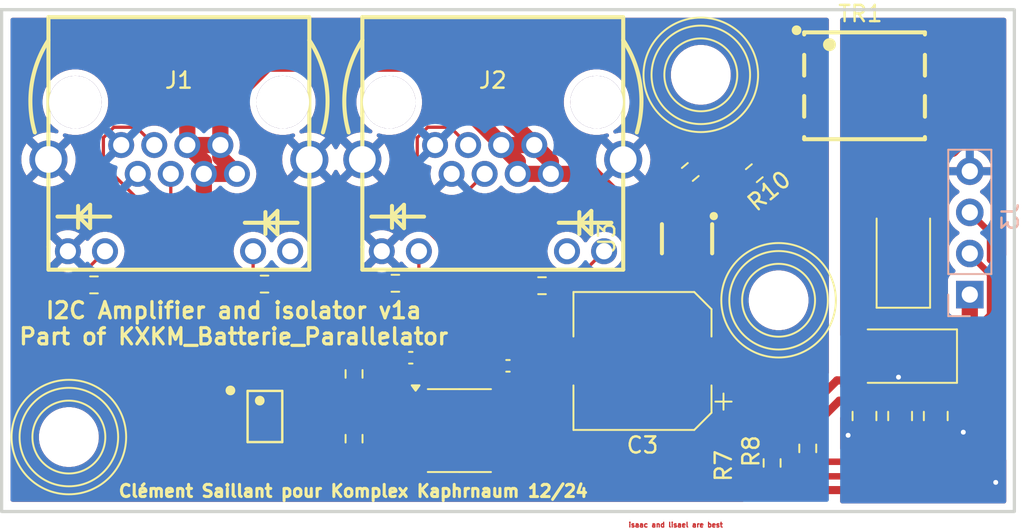
<source format=kicad_pcb>
(kicad_pcb (version 20240108) (generator "pcbnew") (generator_version "8.0")
  (layers (0 "F.Cu" signal) (31 "B.Cu" signal) (34 "B.Paste" user) (35 "F.Paste" user) (36 "B.SilkS" user "B.Silkscreen") (37 "F.SilkS" user "F.Silkscreen") (38 "B.Mask" user) (39 "F.Mask" user) (44 "Edge.Cuts" user))
  (net 0 "")
  (net 1 "VCC")
  (net 2 "GND1")
  (net 3 "GND")
  (net 4 "+3.3V")
  (net 5 "Net-(D1-A)")
  (net 6 "Net-(D2-A)")
  (net 7 "Net-(U1-SDAA)")
  (net 8 "Net-(U1-SCLA)")
  (net 9 "Net-(J1-LEDY-)")
  (net 10 "Net-(J1-LEDY+)")
  (net 11 "Net-(J1-LEDG+)")
  (net 12 "Net-(J2-LEDY-)")
  (net 13 "Net-(J2-LEDY+)")
  (net 14 "/SDA1")
  (net 15 "/SCL1")
  (net 16 "Net-(J2-LEDG+)")
  (net 17 "Net-(R1-Pad2)")
  (net 18 "Net-(R5-Pad2)")
  (net 19 "/SDA")
  (net 20 "/SCL")
  (net 21 "Net-(U3-VD2)")
  (net 22 "Net-(R9-Pad1)")
  (net 23 "Net-(U3-VD1)")
  (net 24 "Net-(R10-Pad1)")
  (footprint "easyeda2kicad:VSSOP-8_L3.0-W3.0-P0.65-LS5.0-BL" (layer "F.Cu") (at 128 71.13 -90)
    (property "Reference" "U1" (hide yes))
    (property "Value" "TCA9517ADGK")
    (fp_line (start -1.58 1.07) (end -1.58 -1.07) (stroke (width 0.15)) (layer "F.SilkS"))
    (fp_line (start 1.58 1.07) (end -1.58 1.07) (stroke (width 0.15)) (layer "F.SilkS"))
    (fp_line (start -1.58 -1.07) (end 1.58 -1.07) (stroke (width 0.15)) (layer "F.SilkS"))
    (fp_line (start 1.58 -1.07) (end 1.58 1.07) (stroke (width 0.15)) (layer "F.SilkS"))
    (fp_circle (center -1.61 2.13) (end -1.46 2.13) (stroke (width 0.3)) (fill none) (layer "F.SilkS"))
    (fp_circle (center -0.98 0.32) (end -0.83 0.32) (stroke (width 0.3)) (fill none) (layer "F.SilkS"))
    (pad "1" smd oval (at -0.98 2.13 270) (size 0.36 1.66) (layers "F.Cu" "F.Paste" "F.Mask") (net 1 "VCC"))
    (pad "2" smd oval (at -0.32 2.13 270) (size 0.36 1.66) (layers "F.Cu" "F.Paste" "F.Mask") (net 8 "Net-(U1-SCLA)"))
    (pad "3" smd oval (at 0.33 2.13 270) (size 0.36 1.66) (layers "F.Cu" "F.Paste" "F.Mask") (net 7 "Net-(U1-SDAA)"))
    (pad "4" smd oval (at 0.98 2.13 270) (size 0.36 1.66) (layers "F.Cu" "F.Paste" "F.Mask") (net 2 "GND1"))
    (pad "5" smd oval (at 0.98 -2.13 270) (size 0.36 1.66) (layers "F.Cu" "F.Paste" "F.Mask") (net 1 "VCC"))
    (pad "6" smd oval (at 0.33 -2.13 270) (size 0.36 1.66) (layers "F.Cu" "F.Paste" "F.Mask") (net 14 "/SDA1"))
    (pad "7" smd oval (at -0.32 -2.13 270) (size 0.36 1.66) (layers "F.Cu" "F.Paste" "F.Mask") (net 15 "/SCL1"))
    (pad "8" smd oval (at -0.98 -2.13 270) (size 0.36 1.66) (layers "F.Cu" "F.Paste" "F.Mask") (net 1 "VCC"))
  )
  (footprint "Capacitor_SMD:C_0805_2012Metric" (layer "F.Cu") (at 169.4 71.1 -90)
    (property "Reference" "C6" (hide yes))
    (property "Value" "10uF" (hide yes))
    (fp_line (start -0.261252 0.735) (end 0.261252 0.735) (stroke (width 0.12)) (layer "F.SilkS"))
    (fp_line (start -0.261252 -0.735) (end 0.261252 -0.735) (stroke (width 0.12)) (layer "F.SilkS"))
    (pad "1" smd roundrect (at -0.95 0 270) (size 1 1.45) (layers "F.Cu" "F.Paste" "F.Mask") (net 4 "+3.3V"))
    (pad "2" smd roundrect (at 0.95 0 270) (size 1 1.45) (layers "F.Cu" "F.Paste" "F.Mask") (net 3 "GND"))
  )
  (footprint "Capacitor_SMD:C_0805_2012Metric" (layer "F.Cu") (at 167.2 71.1 -90)
    (property "Reference" "C5" (hide yes))
    (property "Value" "1uF" (hide yes))
    (fp_line (start -0.261252 0.735) (end 0.261252 0.735) (stroke (width 0.12)) (layer "F.SilkS"))
    (fp_line (start -0.261252 -0.735) (end 0.261252 -0.735) (stroke (width 0.12)) (layer "F.SilkS"))
    (pad "1" smd roundrect (at -0.95 0 270) (size 1 1.45) (layers "F.Cu" "F.Paste" "F.Mask") (net 4 "+3.3V"))
    (pad "2" smd roundrect (at 0.95 0 270) (size 1 1.45) (layers "F.Cu" "F.Paste" "F.Mask") (net 3 "GND"))
  )
  (footprint "MountingHole:MountingHole_3.2mm_M3" (layer "F.Cu") (at 115.9 72.4)
    (property "Reference" "H1" (hide yes))
    (property "Value" "MountingHole" (hide yes))
    (fp_circle (center 0 0) (end -2.5 -2.5) (stroke (width 0.12)) (fill none) (layer "F.SilkS"))
    (fp_circle (center 0 0) (end 2.25 0) (stroke (width 0.12)) (fill none) (layer "F.SilkS"))
    (fp_circle (center 0 0) (end 3 -0.5) (stroke (width 0.12)) (fill none) (layer "F.SilkS"))
    (pad "" np_thru_hole circle (at 0 0) (size 3.2 3.2) (drill 3.2) (layers "*.Cu" "*.Mask"))
  )
  (footprint "Resistor_SMD:R_0603_1608Metric" (layer "F.Cu") (at 161.5 73.1 90)
    (property "Reference" "R8" (at -0.175 -3.5 90) (layer "F.SilkS"))
    (property "Value" "1K" (hide yes))
    (fp_line (start -0.237258 -0.5225) (end 0.237258 -0.5225) (stroke (width 0.12)) (layer "F.SilkS"))
    (fp_line (start -0.237258 0.5225) (end 0.237258 0.5225) (stroke (width 0.12)) (layer "F.SilkS"))
    (pad "1" smd roundrect (at -0.825 0 90) (size 0.8 0.95) (layers "F.Cu" "F.Paste" "F.Mask") (net 20 "/SCL"))
    (pad "2" smd roundrect (at 0.825 0 90) (size 0.8 0.95) (layers "F.Cu" "F.Paste" "F.Mask") (net 4 "+3.3V"))
  )
  (footprint "Capacitor_SMD:CP_Elec_8x10" (layer "F.Cu") (at 151.3 67.7 180)
    (property "Reference" "C3" (at 0 -5.2 0) (layer "F.SilkS"))
    (property "Value" "10uF,16V")
    (fp_line (start 4.26 4.26) (end 4.26 1.51) (stroke (width 0.12)) (layer "F.SilkS"))
    (fp_line (start 4.26 -4.26) (end 4.26 -1.51) (stroke (width 0.12)) (layer "F.SilkS"))
    (fp_line (start -3.195563 4.26) (end 4.26 4.26) (stroke (width 0.12)) (layer "F.SilkS"))
    (fp_line (start -3.195563 -4.26) (end 4.26 -4.26) (stroke (width 0.12)) (layer "F.SilkS"))
    (fp_line (start -4.26 3.195563) (end -3.195563 4.26) (stroke (width 0.12)) (layer "F.SilkS"))
    (fp_line (start -4.26 3.195563) (end -4.26 1.51) (stroke (width 0.12)) (layer "F.SilkS"))
    (fp_line (start -4.26 -3.195563) (end -3.195563 -4.26) (stroke (width 0.12)) (layer "F.SilkS"))
    (fp_line (start -4.26 -3.195563) (end -4.26 -1.51) (stroke (width 0.12)) (layer "F.SilkS"))
    (fp_line (start -5 -3.01) (end -5 -2.01) (stroke (width 0.12)) (layer "F.SilkS"))
    (fp_line (start -5.5 -2.51) (end -4.5 -2.51) (stroke (width 0.12)) (layer "F.SilkS"))
    (pad "1" smd roundrect (at -3.25 0 180) (size 3.5 2.5) (layers "F.Cu" "F.Paste" "F.Mask") (roundrect_rratio 0.1) (net 1 "VCC"))
    (pad "2" smd roundrect (at 3.25 0 180) (size 3.5 2.5) (layers "F.Cu" "F.Paste" "F.Mask") (roundrect_rratio 0.1) (net 2 "GND1"))
  )
  (footprint "Resistor_SMD:R_0603_1608Metric" (layer "F.Cu") (at 154.25 56.025 -140)
    (property "Reference" "R9" (hide yes))
    (property "Value" "50R")
    (fp_line (start -0.237258 0.522499) (end 0.237258 0.522499) (stroke (width 0.12)) (layer "F.SilkS"))
    (fp_line (start -0.237258 -0.522499) (end 0.237258 -0.522499) (stroke (width 0.12)) (layer "F.SilkS"))
    (pad "1" smd roundrect (at -0.825 0.000001 220) (size 0.8 0.95) (layers "F.Cu" "F.Paste" "F.Mask") (net 22 "Net-(R9-Pad1)"))
    (pad "2" smd roundrect (at 0.825 -0.000001 220) (size 0.8 0.95) (layers "F.Cu" "F.Paste" "F.Mask") (net 21 "Net-(U3-VD2)"))
  )
  (footprint "Resistor_SMD:R_0603_1608Metric" (layer "F.Cu") (at 117.45 63)
    (property "Reference" "R2" (hide yes))
    (property "Value" "470R" (hide yes))
    (fp_line (start -0.237258 -0.5225) (end 0.237258 -0.5225) (stroke (width 0.12)) (layer "F.SilkS"))
    (fp_line (start -0.237258 0.5225) (end 0.237258 0.5225) (stroke (width 0.12)) (layer "F.SilkS"))
    (pad "1" smd roundrect (at -0.825 0) (size 0.8 0.95) (layers "F.Cu" "F.Paste" "F.Mask") (net 11 "Net-(J1-LEDG+)"))
    (pad "2" smd roundrect (at 0.825 0) (size 0.8 0.95) (layers "F.Cu" "F.Paste" "F.Mask") (net 1 "VCC"))
  )
  (footprint "Resistor_SMD:R_0603_1608Metric" (layer "F.Cu") (at 159.3 74 90)
    (property "Reference" "R7" (at -0.175 -3 90) (layer "F.SilkS"))
    (property "Value" "1K" (hide yes))
    (fp_line (start -0.237258 -0.5225) (end 0.237258 -0.5225) (stroke (width 0.12)) (layer "F.SilkS"))
    (fp_line (start -0.237258 0.5225) (end 0.237258 0.5225) (stroke (width 0.12)) (layer "F.SilkS"))
    (pad "1" smd roundrect (at -0.825 0 90) (size 0.8 0.95) (layers "F.Cu" "F.Paste" "F.Mask") (net 19 "/SDA"))
    (pad "2" smd roundrect (at 0.825 0 90) (size 0.8 0.95) (layers "F.Cu" "F.Paste" "F.Mask") (net 4 "+3.3V"))
  )
  (footprint "easyeda2kicad:XFMR-SMD_L7.5-W6.7-P2.54-LS7.7-BL" (layer "F.Cu") (at 165 50.7 -90)
    (property "Reference" "TR1" (at -4.45 0.25 0) (layer "F.SilkS"))
    (property "Value" "VPT85BB-01A" (hide yes))
    (fp_line (start -3.3 3.72) (end -3.17 3.72) (stroke (width 0.25)) (layer "F.SilkS"))
    (fp_line (start -3.3 3.72) (end -3.3 -3.73) (stroke (width 0.25)) (layer "F.SilkS"))
    (fp_line (start -1.91 3.72) (end -0.63 3.72) (stroke (width 0.25)) (layer "F.SilkS"))
    (fp_line (start 0.63 3.72) (end 1.91 3.72) (stroke (width 0.25)) (layer "F.SilkS"))
    (fp_line (start 3.17 3.72) (end 3.3 3.72) (stroke (width 0.25)) (layer "F.SilkS"))
    (fp_line (start 3.3 3.72) (end 3.3 -3.73) (stroke (width 0.25)) (layer "F.SilkS"))
    (fp_line (start -3.3 -3.73) (end -3.17 -3.73) (stroke (width 0.25)) (layer "F.SilkS"))
    (fp_line (start -1.91 -3.73) (end -0.63 -3.73) (stroke (width 0.25)) (layer "F.SilkS"))
    (fp_line (start 0.63 -3.73) (end 1.91 -3.73) (stroke (width 0.25)) (layer "F.SilkS"))
    (fp_line (start 3.17 -3.73) (end 3.3 -3.73) (stroke (width 0.25)) (layer "F.SilkS"))
    (fp_circle (center -3.43 4.19) (end -3.28 4.19) (stroke (width 0.3)) (fill none) (layer "F.SilkS"))
    (fp_circle (center -2.54 2.16) (end -2.34 2.16) (stroke (width 0.4)) (fill none) (layer "F.SilkS"))
    (pad "1" smd rect (at -2.54 3.85 270) (size 0.8 2.2) (layers "F.Cu" "F.Paste" "F.Mask") (net 22 "Net-(R9-Pad1)"))
    (pad "2" smd rect (at 0 3.85 270) (size 0.8 2.2) (layers "F.Cu" "F.Paste" "F.Mask") (net 1 "VCC"))
    (pad "3" smd rect (at 2.54 3.85 270) (size 0.8 2.2) (layers "F.Cu" "F.Paste" "F.Mask") (net 24 "Net-(R10-Pad1)"))
    (pad "4" smd rect (at 2.54 -3.85 270) (size 0.8 2.2) (layers "F.Cu" "F.Paste" "F.Mask") (net 6 "Net-(D2-A)"))
    (pad "5" smd rect (at 0 -3.85 270) (size 0.8 2.2) (layers "F.Cu" "F.Paste" "F.Mask") (net 3 "GND"))
    (pad "6" smd rect (at -2.54 -3.85 270) (size 0.8 2.2) (layers "F.Cu" "F.Paste" "F.Mask") (net 5 "Net-(D1-A)"))
  )
  (footprint "Resistor_SMD:R_0603_1608Metric" (layer "F.Cu") (at 136.05 62.9 180)
    (property "Reference" "R6" (hide yes))
    (property "Value" "470R" (hide yes))
    (fp_line (start -0.237258 0.5225) (end 0.237258 0.5225) (stroke (width 0.12)) (layer "F.SilkS"))
    (fp_line (start -0.237258 -0.5225) (end 0.237258 -0.5225) (stroke (width 0.12)) (layer "F.SilkS"))
    (pad "1" smd roundrect (at -0.825 0 180) (size 0.8 0.95) (layers "F.Cu" "F.Paste" "F.Mask") (net 16 "Net-(J2-LEDG+)"))
    (pad "2" smd roundrect (at 0.825 0 180) (size 0.8 0.95) (layers "F.Cu" "F.Paste" "F.Mask") (net 1 "VCC"))
  )
  (footprint "Package_SO:SOIC-8_3.9x4.9mm_P1.27mm" (layer "F.Cu") (at 140 72)
    (property "Reference" "U2" (hide yes))
    (property "Value" "ISO1540DR")
    (fp_line (start 0 -2.56) (end -1.95 -2.56) (stroke (width 0.12)) (layer "F.SilkS"))
    (fp_line (start 0 -2.56) (end 1.95 -2.56) (stroke (width 0.12)) (layer "F.SilkS"))
    (fp_line (start 0 2.56) (end -1.95 2.56) (stroke (width 0.12)) (layer "F.SilkS"))
    (fp_line (start 0 2.56) (end 1.95 2.56) (stroke (width 0.12)) (layer "F.SilkS"))
    (fp_poly (pts (xy -2.7 -2.465) (xy -2.94 -2.795) (xy -2.46 -2.795) (xy -2.7 -2.465)) (stroke (width 0.12)) (fill solid) (layer "F.SilkS"))
    (pad "1" smd roundrect (at -2.475 -1.905) (size 1.95 0.6) (layers "F.Cu" "F.Paste" "F.Mask") (net 1 "VCC"))
    (pad "2" smd roundrect (at -2.475 -0.635) (size 1.95 0.6) (layers "F.Cu" "F.Paste" "F.Mask") (net 14 "/SDA1"))
    (pad "3" smd roundrect (at -2.475 0.635) (size 1.95 0.6) (layers "F.Cu" "F.Paste" "F.Mask") (net 15 "/SCL1"))
    (pad "4" smd roundrect (at -2.475 1.905) (size 1.95 0.6) (layers "F.Cu" "F.Paste" "F.Mask") (net 2 "GND1"))
    (pad "5" smd roundrect (at 2.475 1.905) (size 1.95 0.6) (layers "F.Cu" "F.Paste" "F.Mask") (net 3 "GND"))
    (pad "6" smd roundrect (at 2.475 0.635) (size 1.95 0.6) (layers "F.Cu" "F.Paste" "F.Mask") (net 20 "/SCL"))
    (pad "7" smd roundrect (at 2.475 -0.635) (size 1.95 0.6) (layers "F.Cu" "F.Paste" "F.Mask") (net 19 "/SDA"))
    (pad "8" smd roundrect (at 2.475 -1.905) (size 1.95 0.6) (layers "F.Cu" "F.Paste" "F.Mask") (net 4 "+3.3V"))
  )
  (footprint "MountingHole:MountingHole_3.2mm_M3" (layer "F.Cu") (at 154.9 50.025)
    (property "Reference" "H2" (hide yes))
    (property "Value" "MountingHole" (hide yes))
    (fp_circle (center 0 0) (end -2.5 -2.5) (stroke (width 0.12)) (fill none) (layer "F.SilkS"))
    (fp_circle (center 0 0) (end 2.25 0) (stroke (width 0.12)) (fill none) (layer "F.SilkS"))
    (fp_circle (center 0 0) (end 3 -0.5) (stroke (width 0.12)) (fill none) (layer "F.SilkS"))
    (pad "" np_thru_hole circle (at 0 0) (size 3.2 3.2) (drill 3.2) (layers "*.Cu" "*.Mask"))
  )
  (footprint "Capacitor_SMD:C_0402_1005Metric" (layer "F.Cu") (at 137 67.5)
    (property "Reference" "C1" (hide yes))
    (property "Value" "0.1uF" (hide yes))
    (fp_line (start -0.107836 -0.36) (end 0.107836 -0.36) (stroke (width 0.12)) (layer "F.SilkS"))
    (fp_line (start -0.107836 0.36) (end 0.107836 0.36) (stroke (width 0.12)) (layer "F.SilkS"))
    (pad "1" smd roundrect (at -0.48 0) (size 0.56 0.62) (layers "F.Cu" "F.Paste" "F.Mask") (net 1 "VCC"))
    (pad "2" smd roundrect (at 0.48 0) (size 0.56 0.62) (layers "F.Cu" "F.Paste" "F.Mask") (net 2 "GND1"))
  )
  (footprint "easyeda2kicad:SOT-23-6_L2.9-W1.6-P0.95-LS2.8-BR" (layer "F.Cu") (at 154.05 60.15 90)
    (property "Reference" "U3" (at 0 -4.95 90) (layer "F.SilkS"))
    (property "Value" "VPS8505" (hide yes))
    (fp_line (start -0.9 -1.55) (end 0.9 -1.55) (stroke (width 0.25)) (layer "F.SilkS"))
    (fp_line (start -0.9 1.55) (end 0.9 1.55) (stroke (width 0.25)) (layer "F.SilkS"))
    (fp_circle (center 1.4 1.65) (end 1.53 1.65) (stroke (width 0.25)) (fill none) (layer "F.SilkS"))
    (pad "1" smd rect (at 1.35 0.95 90) (size 1.1 0.6) (layers "F.Cu" "F.Paste" "F.Mask") (net 23 "Net-(U3-VD1)"))
    (pad "2" smd rect (at 1.35 0 90) (size 1.1 0.6) (layers "F.Cu" "F.Paste" "F.Mask") (net 1 "VCC"))
    (pad "3" smd rect (at 1.35 -0.95 90) (size 1.1 0.6) (layers "F.Cu" "F.Paste" "F.Mask") (net 21 "Net-(U3-VD2)"))
    (pad "4" smd rect (at -1.35 -0.95 90) (size 1.1 0.6) (layers "F.Cu" "F.Paste" "F.Mask") (net 2 "GND1"))
    (pad "5" smd rect (at -1.35 0 90) (size 1.1 0.6) (layers "F.Cu" "F.Paste" "F.Mask") (net 1 "VCC"))
    (pad "6" smd rect (at -1.35 0.95 90) (size 1.1 0.6) (layers "F.Cu" "F.Paste" "F.Mask") (net 2 "GND1"))
  )
  (footprint "Capacitor_SMD:C_0805_2012Metric" (layer "F.Cu") (at 165 71.1 -90)
    (property "Reference" "C4" (hide yes))
    (property "Value" "0,1uF" (hide yes))
    (fp_line (start -0.261252 0.735) (end 0.261252 0.735) (stroke (width 0.12)) (layer "F.SilkS"))
    (fp_line (start -0.261252 -0.735) (end 0.261252 -0.735) (stroke (width 0.12)) (layer "F.SilkS"))
    (pad "1" smd roundrect (at -0.95 0 270) (size 1 1.45) (layers "F.Cu" "F.Paste" "F.Mask") (net 4 "+3.3V"))
    (pad "2" smd roundrect (at 0.95 0 270) (size 1 1.45) (layers "F.Cu" "F.Paste" "F.Mask") (net 3 "GND"))
  )
  (footprint "MountingHole:MountingHole_3.2mm_M3" (layer "F.Cu") (at 159.7 63.95)
    (property "Reference" "H3" (hide yes))
    (property "Value" "MountingHole" (hide yes))
    (fp_circle (center 0 0) (end -2.5 -2.5) (stroke (width 0.12)) (fill none) (layer "F.SilkS"))
    (fp_circle (center 0 0) (end 2.25 0) (stroke (width 0.12)) (fill none) (layer "F.SilkS"))
    (fp_circle (center 0 0) (end 3 -0.5) (stroke (width 0.12)) (fill none) (layer "F.SilkS"))
    (pad "" np_thru_hole circle (at 0 0) (size 3.2 3.2) (drill 3.2) (layers "*.Cu" "*.Mask"))
  )
  (footprint "Resistor_SMD:R_0603_1608Metric" (layer "F.Cu") (at 158.2 56.1 -140)
    (property "Reference" "R10" (at 0.000001 -1.429999 40) (layer "F.SilkS"))
    (property "Value" "50R")
    (fp_line (start -0.237258 0.522501) (end 0.237257 0.522501) (stroke (width 0.12)) (layer "F.SilkS"))
    (fp_line (start -0.237257 -0.522501) (end 0.237258 -0.522501) (stroke (width 0.12)) (layer "F.SilkS"))
    (pad "1" smd roundrect (at -0.824999 0 220) (size 0.8 0.95) (layers "F.Cu" "F.Paste" "F.Mask") (net 24 "Net-(R10-Pad1)"))
    (pad "2" smd roundrect (at 0.824999 0 220) (size 0.8 0.95) (layers "F.Cu" "F.Paste" "F.Mask") (net 23 "Net-(U3-VD1)"))
  )
  (footprint "Resistor_SMD:R_0603_1608Metric" (layer "F.Cu") (at 133.5 72.5 -90)
    (property "Reference" "R4" (hide yes))
    (property "Value" "10K" (hide yes))
    (fp_line (start -0.237258 0.5225) (end 0.237258 0.5225) (stroke (width 0.12)) (layer "F.SilkS"))
    (fp_line (start -0.237258 -0.5225) (end 0.237258 -0.5225) (stroke (width 0.12)) (layer "F.SilkS"))
    (pad "1" smd roundrect (at -0.825 0 270) (size 0.8 0.95) (layers "F.Cu" "F.Paste" "F.Mask") (net 14 "/SDA1"))
    (pad "2" smd roundrect (at 0.825 0 270) (size 0.8 0.95) (layers "F.Cu" "F.Paste" "F.Mask") (net 1 "VCC"))
  )
  (footprint "easyeda2kicad:RJ45-TH_RC01061" (layer "F.Cu") (at 142.061 57.642)
    (property "Reference" "J2" (at 0 -7.28 0) (layer "F.SilkS"))
    (property "Value" "RJ45_Shielded" (hide yes))
    (fp_line (start -8.05 -11.18) (end -8.05 3.03) (stroke (width 0.25)) (layer "F.SilkS"))
    (fp_line (start -8.05 2.99) (end -8.05 4.42) (stroke (width 0.25)) (layer "F.SilkS"))
    (fp_line (start -6.22 1.83) (end -6.22 0.48) (stroke (width 0.25)) (layer "F.SilkS"))
    (fp_line (start -6.19 1.14) (end -5.48 1.85) (stroke (width 0.25)) (layer "F.SilkS"))
    (fp_line (start -6.17 1.09) (end -6.19 1.09) (stroke (width 0.25)) (layer "F.SilkS"))
    (fp_line (start -5.48 0.41) (end -6.17 1.09) (stroke (width 0.25)) (layer "F.SilkS"))
    (fp_line (start -5.48 1.85) (end -5.48 0.41) (stroke (width 0.25)) (layer "F.SilkS"))
    (fp_line (start -4.24 1.14) (end -7.49 1.14) (stroke (width 0.25)) (layer "F.SilkS"))
    (fp_line (start 5.34 2.21) (end 5.34 0.86) (stroke (width 0.25)) (layer "F.SilkS"))
    (fp_line (start 5.36 1.52) (end 6.08 2.23) (stroke (width 0.25)) (layer "F.SilkS"))
    (fp_line (start 5.39 1.47) (end 5.36 1.47) (stroke (width 0.25)) (layer "F.SilkS"))
    (fp_line (start 6.08 0.79) (end 5.39 1.47) (stroke (width 0.25)) (layer "F.SilkS"))
    (fp_line (start 6.08 2.23) (end 6.08 0.79) (stroke (width 0.25)) (layer "F.SilkS"))
    (fp_line (start 7.32 1.52) (end 4.07 1.52) (stroke (width 0.25)) (layer "F.SilkS"))
    (fp_line (start 8.04 -11.18) (end -8.05 -11.18) (stroke (width 0.25)) (layer "F.SilkS"))
    (fp_line (start 8.05 -11.18) (end 8.05 4.42) (stroke (width 0.25)) (layer "F.SilkS"))
    (fp_line (start 8.05 4.42) (end -8.05 4.42) (stroke (width 0.25)) (layer "F.SilkS"))
    (fp_arc (start -8.89 -4.06) (mid -9.089842 -7.003442) (end -8.046247 -9.762915) (stroke (width 0.25)) (layer "F.SilkS"))
    (fp_arc (start 8.049848 -9.756388) (mid 9.103049 -7.001573) (end 8.89 -4.06) (stroke (width 0.25)) (layer "F.SilkS"))
    (pad "" thru_hole circle (at -6.39 -5.93) (size 3.25 3.25) (drill 3.25) (layers "*.Cu" "*.Mask"))
    (pad "" thru_hole circle (at 6.41 -5.93) (size 3.25 3.25) (drill 3.25) (layers "*.Cu" "*.Mask"))
    (pad "1" thru_hole circle (at -3.56 -3.28) (size 1.6 1.6) (drill 0.999998) (layers "*.Cu" "*.Mask") (net 2 "GND1"))
    (pad "2" thru_hole circle (at -2.54 -1.5) (size 1.6 1.6) (drill 0.999998) (layers "*.Cu" "*.Mask") (net 2 "GND1"))
    (pad "3" thru_hole circle (at -1.52 -3.28) (size 1.6 1.6) (drill 0.999998) (layers "*.Cu" "*.Mask") (net 15 "/SCL1"))
    (pad "4" thru_hole circle (at -0.5 -1.5) (size 1.6 1.6) (drill 0.999998) (layers "*.Cu" "*.Mask") (net 14 "/SDA1"))
    (pad "5" thru_hole circle (at 0.52 -3.28) (size 1.6 1.6) (drill 0.999998) (layers "*.Cu" "*.Mask") (net 1 "VCC"))
    (pad "6" thru_hole circle (at 1.54 -1.5) (size 1.6 1.6) (drill 0.999998) (layers "*.Cu" "*.Mask") (net 1 "VCC"))
    (pad "7" thru_hole circle (at 2.56 -3.28) (size 1.6 1.6) (drill 0.999998) (layers "*.Cu" "*.Mask") (net 1 "VCC"))
    (pad "8" thru_hole circle (at 3.58 -1.5) (size 1.6 1.6) (drill 0.999998) (layers "*.Cu" "*.Mask") (net 1 "VCC"))
    (pad "9" thru_hole circle (at -6.85 3.28) (size 1.6 1.6) (drill 0.999998) (layers "*.Cu" "*.Mask") (net 2 "GND1"))
    (pad "10" thru_hole circle (at -4.56 3.28) (size 1.6 1.6) (drill 0.999998) (layers "*.Cu" "*.Mask") (net 16 "Net-(J2-LEDG+)"))
    (pad "11" thru_hole circle (at 4.58 3.28) (size 1.6 1.6) (drill 0.999998) (layers "*.Cu" "*.Mask") (net 12 "Net-(J2-LEDY-)"))
    (pad "12" thru_hole circle (at 6.87 3.28) (size 1.6 1.6) (drill 0.999998) (layers "*.Cu" "*.Mask") (net 13 "Net-(J2-LEDY+)"))
    (pad "13" thru_hole circle (at -8.05 -2.39) (size 2.35 2.35) (drill 1.649984) (layers "*.Cu" "*.Mask") (net 2 "GND1"))
    (pad "14" thru_hole circle (at 8.05 -2.38) (size 2.35 2.35) (drill 1.649984) (layers "*.Cu" "*.Mask") (net 2 "GND1"))
  )
  (footprint "easyeda2kicad:RJ45-TH_RC01061" (layer "F.Cu") (at 122.69 57.642)
    (property "Reference" "J1" (at 0 -7.28 0) (layer "F.SilkS"))
    (property "Value" "RJ45_Shielded" (hide yes))
    (fp_line (start -8.05 -11.18) (end -8.05 3.03) (stroke (width 0.25)) (layer "F.SilkS"))
    (fp_line (start -8.05 2.99) (end -8.05 4.42) (stroke (width 0.25)) (layer "F.SilkS"))
    (fp_line (start -6.22 1.83) (end -6.22 0.48) (stroke (width 0.25)) (layer "F.SilkS"))
    (fp_line (start -6.19 1.14) (end -5.48 1.85) (stroke (width 0.25)) (layer "F.SilkS"))
    (fp_line (start -6.17 1.09) (end -6.19 1.09) (stroke (width 0.25)) (layer "F.SilkS"))
    (fp_line (start -5.48 0.41) (end -6.17 1.09) (stroke (width 0.25)) (layer "F.SilkS"))
    (fp_line (start -5.48 1.85) (end -5.48 0.41) (stroke (width 0.25)) (layer "F.SilkS"))
    (fp_line (start -4.24 1.14) (end -7.49 1.14) (stroke (width 0.25)) (layer "F.SilkS"))
    (fp_line (start 5.34 2.21) (end 5.34 0.86) (stroke (width 0.25)) (layer "F.SilkS"))
    (fp_line (start 5.36 1.52) (end 6.08 2.23) (stroke (width 0.25)) (layer "F.SilkS"))
    (fp_line (start 5.39 1.47) (end 5.36 1.47) (stroke (width 0.25)) (layer "F.SilkS"))
    (fp_line (start 6.08 0.79) (end 5.39 1.47) (stroke (width 0.25)) (layer "F.SilkS"))
    (fp_line (start 6.08 2.23) (end 6.08 0.79) (stroke (width 0.25)) (layer "F.SilkS"))
    (fp_line (start 7.32 1.52) (end 4.07 1.52) (stroke (width 0.25)) (layer "F.SilkS"))
    (fp_line (start 8.04 -11.18) (end -8.05 -11.18) (stroke (width 0.25)) (layer "F.SilkS"))
    (fp_line (start 8.05 -11.18) (end 8.05 4.42) (stroke (width 0.25)) (layer "F.SilkS"))
    (fp_line (start 8.05 4.42) (end -8.05 4.42) (stroke (width 0.25)) (layer "F.SilkS"))
    (fp_arc (start -8.89 -4.06) (mid -9.089842 -7.003442) (end -8.046247 -9.762915) (stroke (width 0.25)) (layer "F.SilkS"))
    (fp_arc (start 8.049848 -9.756388) (mid 9.103049 -7.001573) (end 8.89 -4.06) (stroke (width 0.25)) (layer "F.SilkS"))
    (pad "" thru_hole circle (at -6.39 -5.93) (size 3.25 3.25) (drill 3.25) (layers "*.Cu" "*.Mask"))
    (pad "" thru_hole circle (at 6.41 -5.93) (size 3.25 3.25) (drill 3.25) (layers "*.Cu" "*.Mask"))
    (pad "1" thru_hole circle (at -3.56 -3.28) (size 1.6 1.6) (drill 0.999998) (layers "*.Cu" "*.Mask") (net 2 "GND1"))
    (pad "2" thru_hole circle (at -2.54 -1.5) (size 1.6 1.6) (drill 0.999998) (layers "*.Cu" "*.Mask") (net 2 "GND1"))
    (pad "3" thru_hole circle (at -1.52 -3.28) (size 1.6 1.6) (drill 0.999998) (layers "*.Cu" "*.Mask") (net 7 "Net-(U1-SDAA)"))
    (pad "4" thru_hole circle (at -0.5 -1.5) (size 1.6 1.6) (drill 0.999998) (layers "*.Cu" "*.Mask") (net 8 "Net-(U1-SCLA)"))
    (pad "5" thru_hole circle (at 0.52 -3.28) (size 1.6 1.6) (drill 0.999998) (layers "*.Cu" "*.Mask") (net 1 "VCC"))
    (pad "6" thru_hole circle (at 1.54 -1.5) (size 1.6 1.6) (drill 0.999998) (layers "*.Cu" "*.Mask") (net 1 "VCC"))
    (pad "7" thru_hole circle (at 2.56 -3.28) (size 1.6 1.6) (drill 0.999998) (layers "*.Cu" "*.Mask") (net 1 "VCC"))
    (pad "8" thru_hole circle (at 3.58 -1.5) (size 1.6 1.6) (drill 0.999998) (layers "*.Cu" "*.Mask") (net 1 "VCC"))
    (pad "9" thru_hole circle (at -6.85 3.28) (size 1.6 1.6) (drill 0.999998) (layers "*.Cu" "*.Mask") (net 2 "GND1"))
    (pad "10" thru_hole circle (at -4.56 3.28) (size 1.6 1.6) (drill 0.999998) (layers "*.Cu" "*.Mask") (net 11 "Net-(J1-LEDG+)"))
    (pad "11" thru_hole circle (at 4.58 3.28) (size 1.6 1.6) (drill 0.999998) (layers "*.Cu" "*.Mask") (net 9 "Net-(J1-LEDY-)"))
    (pad "12" thru_hole circle (at 6.87 3.28) (size 1.6 1.6) (drill 0.999998) (layers "*.Cu" "*.Mask") (net 10 "Net-(J1-LEDY+)"))
    (pad "13" thru_hole circle (at -8.05 -2.39) (size 2.35 2.35) (drill 1.649984) (layers "*.Cu" "*.Mask") (net 2 "GND1"))
    (pad "14" thru_hole circle (at 8.05 -2.38) (size 2.35 2.35) (drill 1.649984) (layers "*.Cu" "*.Mask") (net 2 "GND1"))
  )
  (footprint "Resistor_SMD:R_0603_1608Metric" (layer "F.Cu") (at 145.1 63.05 180)
    (property "Reference" "R5" (hide yes))
    (property "Value" "470R" (hide yes))
    (fp_line (start -0.237258 0.5225) (end 0.237258 0.5225) (stroke (width 0.12)) (layer "F.SilkS"))
    (fp_line (start -0.237258 -0.5225) (end 0.237258 -0.5225) (stroke (width 0.12)) (layer "F.SilkS"))
    (pad "1" smd roundrect (at -0.825 0 180) (size 0.8 0.95) (layers "F.Cu" "F.Paste" "F.Mask") (net 13 "Net-(J2-LEDY+)"))
    (pad "2" smd roundrect (at 0.825 0 180) (size 0.8 0.95) (layers "F.Cu" "F.Paste" "F.Mask") (net 18 "Net-(R5-Pad2)"))
  )
  (footprint "Resistor_SMD:R_0603_1608Metric" (layer "F.Cu") (at 127.975 62.95)
    (property "Reference" "R1" (hide yes))
    (property "Value" "470R" (hide yes))
    (fp_line (start -0.237258 -0.5225) (end 0.237258 -0.5225) (stroke (width 0.12)) (layer "F.SilkS"))
    (fp_line (start -0.237258 0.5225) (end 0.237258 0.5225) (stroke (width 0.12)) (layer "F.SilkS"))
    (pad "1" smd roundrect (at -0.825 0) (size 0.8 0.95) (layers "F.Cu" "F.Paste" "F.Mask") (net 9 "Net-(J1-LEDY-)"))
    (pad "2" smd roundrect (at 0.825 0) (size 0.8 0.95) (layers "F.Cu" "F.Paste" "F.Mask") (net 17 "Net-(R1-Pad2)"))
  )
  (footprint "Resistor_SMD:R_0603_1608Metric" (layer "F.Cu") (at 133.5 68.5 90)
    (property "Reference" "R3" (hide yes))
    (property "Value" "10K" (hide yes))
    (fp_line (start -0.237258 -0.5225) (end 0.237258 -0.5225) (stroke (width 0.12)) (layer "F.SilkS"))
    (fp_line (start -0.237258 0.5225) (end 0.237258 0.5225) (stroke (width 0.12)) (layer "F.SilkS"))
    (pad "1" smd roundrect (at -0.825 0 90) (size 0.8 0.95) (layers "F.Cu" "F.Paste" "F.Mask") (net 15 "/SCL1"))
    (pad "2" smd roundrect (at 0.825 0 90) (size 0.8 0.95) (layers "F.Cu" "F.Paste" "F.Mask") (net 1 "VCC"))
  )
  (footprint "Diode_SMD:D_SMA" (layer "F.Cu") (at 167.2 67.4 180)
    (property "Reference" "D2" (hide yes))
    (property "Value" "1A/100V" (hide yes))
    (fp_line (start -3.51 1.65) (end 2 1.65) (stroke (width 0.12)) (layer "F.SilkS"))
    (fp_line (start -3.51 -1.65) (end 2 -1.65) (stroke (width 0.12)) (layer "F.SilkS"))
    (fp_line (start -3.51 -1.65) (end -3.51 1.65) (stroke (width 0.12)) (layer "F.SilkS"))
    (pad "1" smd roundrect (at -2 0 180) (size 2.5 1.8) (layers "F.Cu" "F.Paste" "F.Mask") (roundrect_rratio 0.1388888889) (net 4 "+3.3V"))
    (pad "2" smd roundrect (at 2 0 180) (size 2.5 1.8) (layers "F.Cu" "F.Paste" "F.Mask") (roundrect_rratio 0.1388888889) (net 6 "Net-(D2-A)"))
  )
  (footprint "Diode_SMD:D_SMA" (layer "F.Cu") (at 167.4 60.9 90)
    (property "Reference" "D1" (hide yes))
    (property "Value" "1A/100V")
    (fp_line (start -3.51 -1.65) (end 2 -1.65) (stroke (width 0.12)) (layer "F.SilkS"))
    (fp_line (start -3.51 -1.65) (end -3.51 1.65) (stroke (width 0.12)) (layer "F.SilkS"))
    (fp_line (start -3.51 1.65) (end 2 1.65) (stroke (width 0.12)) (layer "F.SilkS"))
    (pad "1" smd roundrect (at -2 0 90) (size 2.5 1.8) (layers "F.Cu" "F.Paste" "F.Mask") (roundrect_rratio 0.1388888889) (net 4 "+3.3V"))
    (pad "2" smd roundrect (at 2 0 90) (size 2.5 1.8) (layers "F.Cu" "F.Paste" "F.Mask") (roundrect_rratio 0.1388888889) (net 5 "Net-(D1-A)"))
  )
  (footprint "Capacitor_SMD:C_0402_1005Metric" (layer "F.Cu") (at 143 68)
    (property "Reference" "C2" (hide yes))
    (property "Value" "0.1uF")
    (fp_line (start -0.107836 -0.36) (end 0.107836 -0.36) (stroke (width 0.12)) (layer "F.SilkS"))
    (fp_line (start -0.107836 0.36) (end 0.107836 0.36) (stroke (width 0.12)) (layer "F.SilkS"))
    (pad "1" smd roundrect (at -0.48 0) (size 0.56 0.62) (layers "F.Cu" "F.Paste" "F.Mask") (net 4 "+3.3V"))
    (pad "2" smd roundrect (at 0.48 0) (size 0.56 0.62) (layers "F.Cu" "F.Paste" "F.Mask") (net 3 "GND"))
  )
  (footprint "Connector_PinHeader_2.54mm:PinHeader_1x04_P2.54mm_Vertical" (layer "B.Cu") (at 171.5 63.6)
    (property "Reference" "J3" (at 2.5 -4.8 90) (layer "B.SilkS") (effects (justify mirror)))
    (property "Value" "Conn_01x04" (hide yes))
    (fp_line (start -1.33 -8.95) (end -1.33 -1.27) (stroke (width 0.12)) (layer "B.SilkS"))
    (fp_line (start -1.33 1.33) (end -1.33 0) (stroke (width 0.12)) (layer "B.SilkS"))
    (fp_line (start 0 1.33) (end -1.33 1.33) (stroke (width 0.12)) (layer "B.SilkS"))
    (fp_line (start 1.33 -8.95) (end -1.33 -8.95) (stroke (width 0.12)) (layer "B.SilkS"))
    (fp_line (start 1.33 -8.95) (end 1.33 -1.27) (stroke (width 0.12)) (layer "B.SilkS"))
    (fp_line (start 1.33 -1.27) (end -1.33 -1.27) (stroke (width 0.12)) (layer "B.SilkS"))
    (pad "1" thru_hole rect (at 0 0) (size 1.7 1.7) (drill 1) (layers "*.Cu" "*.Mask") (net 4 "+3.3V"))
    (pad "2" thru_hole oval (at 0 -2.54) (size 1.7 1.7) (drill 1) (layers "*.Cu" "*.Mask") (net 20 "/SCL"))
    (pad "3" thru_hole oval (at 0 -5.08) (size 1.7 1.7) (drill 1) (layers "*.Cu" "*.Mask") (net 19 "/SDA"))
    (pad "4" thru_hole oval (at 0 -7.62) (size 1.7 1.7) (drill 1) (layers "*.Cu" "*.Mask") (net 3 "GND"))
  )
  (gr_rect (start 111.75 46) (end 174.25 77) (stroke (width 0.2)) (fill none) (layer "Edge.Cuts"))
  (gr_text "isaac and lisael are best" (at 150.4 78 0) (layer "F.Cu") (effects (font (size 0.3 0.3) (thickness 0.075) (bold yes)) (justify left bottom)))
  (gr_text "Clément Saillant pour Komplex Kaphrnaum 12/24" (at 133.45 76.175 0) (layer "F.SilkS") (effects (font (size 0.75 0.75) (thickness 0.1875) (bold yes)) (justify bottom)))
  (gr_text "I2C Amplifier and isolator v1a\nPart of KXKM_Batterie_Parallelator\n" (at 126.075 66.775 0) (layer "F.SilkS") (effects (font (size 1 1) (thickness 0.2) (bold yes)) (justify bottom)))
  (segment (start 122.825 73.425) (end 127.295 73.425) (width 0.2) (layer "F.Cu") (net 1))
  (segment (start 142.581 54.280679) (end 137.637321 49.337) (width 1) (layer "F.Cu") (net 1))
  (segment (start 136.5 67.52) (end 136.5 67.5) (width 1) (layer "F.Cu") (net 1))
  (segment (start 128.61 72.11) (end 128.5 72) (width 0.5) (layer "F.Cu") (net 1))
  (segment (start 123.21 54.362) (end 124.23 55.382) (width 1) (layer "F.Cu") (net 1))
  (segment (start 144.621 54.362) (end 142.581 54.362) (width 1) (layer "F.Cu") (net 1))
  (segment (start 153.95 67.7) (end 154.55 67.7) (width 1) (layer "F.Cu") (net 1))
  (segment (start 130.89 72.11) (end 132.105 73.325) (width 0.5) (layer "F.Cu") (net 1))
  (segment (start 127.5 48) (end 123.21 52.29) (width 1) (layer "F.Cu") (net 1))
  (segment (start 118.275 68.875) (end 122.825 73.425) (width 0.2) (layer "F.Cu") (net 1))
  (segment (start 154.55 60.05) (end 155 60.05) (width 0.5) (layer "F.Cu") (net 1))
  (segment (start 151.725 65.475) (end 153.95 67.7) (width 1) (layer "F.Cu") (net 1))
  (segment (start 159.8 52.45) (end 159.8 52.05) (width 0.5) (layer "F.Cu") (net 1))
  (segment (start 142.581 54.362) (end 142.581 54.280679) (width 1) (layer "F.Cu") (net 1))
  (segment (start 135.225 66.205) (end 136.52 67.5) (width 0.2) (layer "F.Cu") (net 1))
  (segment (start 159.8 52.05) (end 161.15 50.7) (width 0.5) (layer "F.Cu") (net 1))
  (segment (start 148.192 56.142) (end 152.1 60.05) (width 1) (layer "F.Cu") (net 1))
  (segment (start 126.27 56.142) (end 124.23 56.142) (width 1) (layer "F.Cu") (net 1))
  (segment (start 137.637321 49.337) (end 128.116243 49.337) (width 1) (layer "F.Cu") (net 1))
  (segment (start 130.13 69.93) (end 132.385 67.675) (width 1) (layer "F.Cu") (net 1))
  (segment (start 124.23 55.382) (end 124.23 56.142) (width 1) (layer "F.Cu") (net 1))
  (segment (start 130.13 72.11) (end 130.89 72.11) (width 0.5) (layer "F.Cu") (net 1))
  (segment (start 118.275 63) (end 118.275 68.875) (width 0.2) (layer "F.Cu") (net 1))
  (segment (start 125.25 52.203243) (end 125.25 54.362) (width 1) (layer "F.Cu") (net 1))
  (segment (start 130.13 72.11) (end 128.61 72.11) (width 0.5) (layer "F.Cu") (net 1))
  (segment (start 152.1 60.05) (end 151.725 60.425) (width 1) (layer "F.Cu") (net 1))
  (segment (start 145.641 56.142) (end 143.601 56.142) (width 1) (layer "F.Cu") (net 1))
  (segment (start 144.621 54.362) (end 145.641 55.382) (width 1) (layer "F.Cu") (net 1))
  (segment (start 145.641 56.142) (end 148.192 56.142) (width 1) (layer "F.Cu") (net 1))
  (segment (start 127.295 73.425) (end 128.61 72.11) (width 0.2) (layer "F.Cu") (net 1))
  (segment (start 128.5 72) (end 128.5 69.93) (width 0.5) (layer "F.Cu") (net 1))
  (segment (start 128.116243 49.337) (end 125.25 52.203243) (width 1) (layer "F.Cu") (net 1))
  (segment (start 125.25 54.362) (end 125.25 55.122) (width 1) (layer "F.Cu") (net 1))
  (segment (start 143.601 56.142) (end 143.601 55.382) (width 1) (layer "F.Cu") (net 1))
  (segment (start 154.05 58.8) (end 154.05 59.55) (width 0.5) (layer "F.Cu") (net 1))
  (segment (start 136.59 70.095) (end 135.41 68.915) (width 0.5) (layer "F.Cu") (net 1))
  (segment (start 145.641 55.382) (end 145.641 56.142) (width 1) (layer "F.Cu") (net 1))
  (segment (start 123.21 52.29) (end 123.21 54.362) (width 1) (layer "F.Cu") (net 1))
  (segment (start 154.05 59.55) (end 154.55 60.05) (width 0.5) (layer "F.Cu") (net 1))
  (segment (start 154.05 58.8) (end 154.05 58.2) (width 0.5) (layer "F.Cu") (net 1))
  (segment (start 144.621 54.362) (end 138.259 48) (width 1) (layer "F.Cu") (net 1))
  (segment (start 132.105 73.325) (end 133.5 73.325) (width 0.5) (layer "F.Cu") (net 1))
  (segment (start 133.5 67.675) (end 136.345 67.675) (width 1) (layer "F.Cu") (net 1))
  (segment (start 154.05 59.55) (end 154.05 61.5) (width 0.5) (layer "F.Cu") (net 1))
  (segment (start 136.345 67.675) (end 136.5 67.52) (width 1) (layer "F.Cu") (net 1))
  (segment (start 128.5 69.93) (end 130.13 69.93) (width 1) (layer "F.Cu") (net 1))
  (segment (start 151.725 60.425) (end 151.725 65.475) (width 1) (layer "F.Cu") (net 1))
  (segment (start 123.21 54.362) (end 125.25 54.362) (width 1) (layer "F.Cu") (net 1))
  (segment (start 152.1 60.05) (end 155 60.05) (width 1) (layer "F.Cu") (net 1))
  (segment (start 125.87 69.93) (end 128.5 69.93) (width 1) (layer "F.Cu") (net 1))
  (segment (start 124.23 68.29) (end 125.87 69.93) (width 1) (layer "F.Cu") (net 1))
  (segment (start 143.601 55.382) (end 142.581 54.362) (width 1) (layer "F.Cu") (net 1))
  (segment (start 132.385 67.675) (end 133.5 67.675) (width 1) (layer "F.Cu") (net 1))
  (segment (start 124.23 56.142) (end 124.23 68.29) (width 1) (layer "F.Cu") (net 1))
  (segment (start 125.25 55.122) (end 126.27 56.142) (width 1) (layer "F.Cu") (net 1))
  (segment (start 138.259 48) (end 127.5 48) (width 1) (layer "F.Cu") (net 1))
  (segment (start 135.41 68.915) (end 135.41 67.675) (width 0.5) (layer "F.Cu") (net 1))
  (segment (start 135.225 62.9) (end 135.225 66.205) (width 0.2) (layer "F.Cu") (net 1))
  (segment (start 154.05 58.2) (end 159.8 52.45) (width 0.5) (layer "F.Cu") (net 1))
  (segment (start 157.975 75.675) (end 172.625 75.675) (width 0.5) (layer "F.Cu") (net 3))
  (segment (start 142.57 74) (end 156.3 74) (width 0.5) (layer "F.Cu") (net 3))
  (segment (start 145.6 71.2) (end 143.48 69.08) (width 0.5) (layer "F.Cu") (net 3))
  (segment (start 161 71.2) (end 145.6 71.2) (width 0.5) (layer "F.Cu") (net 3))
  (segment (start 143.48 69.08) (end 143.48 68) (width 0.5) (layer "F.Cu") (net 3))
  (segment (start 166.9 68.9) (end 163.3 68.9) (width 0.5) (layer "F.Cu") (net 3))
  (segment (start 172.625 75.675) (end 173.1 75.2) (width 0.5) (layer "F.Cu") (net 3))
  (segment (start 156.3 74) (end 157.975 75.675) (width 0.5) (layer "F.Cu") (net 3))
  (segment (start 167.1 68.7) (end 166.9 68.9) (width 0.5) (layer "F.Cu") (net 3))
  (segment (start 163.3 68.9) (end 161 71.2) (width 0.5) (layer "F.Cu") (net 3))
  (segment (start 142.475 73.905) (end 142.57 74) (width 0.5) (layer "F.Cu") (net 3))
  (via (at 167.1 68.7) (size 0.6) (drill 0.3) (layers "F.Cu" "B.Cu") (net 3))
  (via (at 173.1 75.2) (size 0.6) (drill 0.3) (layers "F.Cu" "B.Cu") (net 3))
  (via (at 163.990686 72.290686) (size 0.6) (drill 0.3) (layers "F.Cu" "B.Cu") (net 3))
  (via (at 171.1 72.1) (size 0.6) (drill 0.3) (layers "F.Cu" "B.Cu") (net 3))
  (segment (start 170.75 70.15) (end 171.5 69.4) (width 1) (layer "F.Cu") (net 4))
  (segment (start 161.5 72.275) (end 161.5 72.1) (width 0.5) (layer "F.Cu") (net 4))
  (segment (start 169.4 70.15) (end 170.75 70.15) (width 1) (layer "F.Cu") (net 4))
  (segment (start 161.5 72.1) (end 163.45 70.15) (width 0.5) (layer "F.Cu") (net 4))
  (segment (start 171.5 69.4) (end 171.5 63.6) (width 1) (layer "F.Cu") (net 4))
  (segment (start 158.11 71.985) (end 159.3 73.175) (width 0.5) (layer "F.Cu") (net 4))
  (segment (start 163.45 70.15) (end 165 70.15) (width 0.5) (layer "F.Cu") (net 4))
  (segment (start 142.52 70.05) (end 142.475 70.095) (width 0.5) (layer "F.Cu") (net 4))
  (segment (start 167.4 65.6) (end 169.2 67.4) (width 1) (layer "F.Cu") (net 4))
  (segment (start 143.449999 70.095) (end 145.339999 71.985) (width 0.5) (layer "F.Cu") (net 4))
  (segment (start 145.339999 71.985) (end 158.11 71.985) (width 0.5) (layer "F.Cu") (net 4))
  (segment (start 169.2 67.4) (end 169.2 69.95) (width 1) (layer "F.Cu") (net 4))
  (segment (start 167.4 62.9) (end 167.4 65.6) (width 1) (layer "F.Cu") (net 4))
  (segment (start 169.4 70.15) (end 167.2 70.15) (width 1) (layer "F.Cu") (net 4))
  (segment (start 159.3 73.175) (end 160.6 73.175) (width 0.5) (layer "F.Cu") (net 4))
  (segment (start 160.6 73.175) (end 161.5 72.275) (width 0.5) (layer "F.Cu") (net 4))
  (segment (start 142.52 68) (end 142.52 70.05) (width 0.5) (layer "F.Cu") (net 4))
  (segment (start 142.475 70.095) (end 143.449999 70.095) (width 0.5) (layer "F.Cu") (net 4))
  (segment (start 169.2 69.95) (end 169.4 70.15) (width 1) (layer "F.Cu") (net 4))
  (segment (start 167.2 70.15) (end 165 70.15) (width 1) (layer "F.Cu") (net 4))
  (segment (start 171.3 53.69) (end 170.39 54.6) (width 1) (layer "F.Cu") (net 5))
  (segment (start 167.4 55.5) (end 167.4 58.9) (width 1) (layer "F.Cu") (net 5))
  (segment (start 168.85 48.16) (end 169.56 48.16) (width 1) (layer "F.Cu") (net 5))
  (segment (start 169.56 48.16) (end 171.3 49.9) (width 1) (layer "F.Cu") (net 5))
  (segment (start 170.39 54.6) (end 168.3 54.6) (width 1) (layer "F.Cu") (net 5))
  (segment (start 171.3 49.9) (end 171.3 53.69) (width 1) (layer "F.Cu") (net 5))
  (segment (start 168.3 54.6) (end 167.4 55.5) (width 1) (layer "F.Cu") (net 5))
  (segment (start 167.36 53.24) (end 165.2 55.4) (width 1) (layer "F.Cu") (net 6))
  (segment (start 168.85 53.24) (end 167.36 53.24) (width 1) (layer "F.Cu") (net 6))
  (segment (start 165.2 55.4) (end 165.2 67.4) (width 1) (layer "F.Cu") (net 6))
  (segment (start 125.87 71.46) (end 125.191177 71.46) (width 0.2) (layer "F.Cu") (net 7))
  (segment (start 125.191177 71.46) (end 121 67.268823) (width 0.2) (layer "F.Cu") (net 7))
  (segment (start 118.03 53.906365) (end 118.674365 53.262) (width 0.2) (layer "F.Cu") (net 7))
  (segment (start 120.07 53.262) (end 121.17 54.362) (width 0.2) (layer "F.Cu") (net 7))
  (segment (start 118.03 55.577635) (end 118.03 53.906365) (width 0.2) (layer "F.Cu") (net 7))
  (segment (start 118.674365 53.262) (end 120.07 53.262) (width 0.2) (layer "F.Cu") (net 7))
  (segment (start 121 67.268823) (end 121 58.547635) (width 0.2) (layer "F.Cu") (net 7))
  (segment (start 121 58.547635) (end 118.03 55.577635) (width 0.2) (layer "F.Cu") (net 7))
  (segment (start 125.2 70.81) (end 122.19 67.8) (width 0.2) (layer "F.Cu") (net 8))
  (segment (start 125.87 70.81) (end 125.2 70.81) (width 0.2) (layer "F.Cu") (net 8))
  (segment (start 122.19 67.8) (end 122.19 56.142) (width 0.2) (layer "F.Cu") (net 8))
  (segment (start 127.27 60.922) (end 127.27 62.83) (width 0.2) (layer "F.Cu") (net 9))
  (segment (start 127.27 62.83) (end 127.15 62.95) (width 0.2) (layer "F.Cu") (net 9))
  (segment (start 116.625 62.427) (end 116.625 63) (width 0.2) (layer "F.Cu") (net 11))
  (segment (start 118.13 60.922) (end 116.625 62.427) (width 0.2) (layer "F.Cu") (net 11))
  (segment (start 146.803 63.05) (end 145.925 63.05) (width 0.2) (layer "F.Cu") (net 13))
  (segment (start 148.931 60.922) (end 146.803 63.05) (width 0.2) (layer "F.Cu") (net 13))
  (segment (start 133.285 71.46) (end 130.13 71.46) (width 0.2) (layer "F.Cu") (net 14))
  (segment (start 140.621 57.082) (end 141.561 56.142) (width 0.2) (layer "F.Cu") (net 14))
  (segment (start 137.525 71.365) (end 137.43 71.46) (width 0.2) (layer "F.Cu") (net 14))
  (segment (start 136.550001 71.365) (end 136.25 71.665001) (width 0.2) (layer "F.Cu") (net 14))
  (segment (start 136.25 72.975552) (end 136.509448 73.235) (width 0.2) (layer "F.Cu") (net 14))
  (segment (start 138.899314 73.235) (end 140.621 71.513314) (width 0.2) (layer "F.Cu") (net 14))
  (segment (start 137.43 71.46) (end 133.715 71.46) (width 0.2) (layer "F.Cu") (net 14))
  (segment (start 140.621 71.513314) (end 140.621 57.082) (width 0.2) (layer "F.Cu") (net 14))
  (segment (start 137.525 71.365) (end 136.550001 71.365) (width 0.2) (layer "F.Cu") (net 14))
  (segment (start 133.715 71.46) (end 133.5 71.675) (width 0.2) (layer "F.Cu") (net 14))
  (segment (start 136.25 71.665001) (end 136.25 72.975552) (width 0.2) (layer "F.Cu") (net 14))
  (segment (start 133.5 71.675) (end 133.285 71.46) (width 0.2) (layer "F.Cu") (net 14))
  (segment (start 136.509448 73.235) (end 138.899314 73.235) (width 0.2) (layer "F.Cu") (net 14))
  (segment (start 139 71.224448) (end 139 71.225) (width 0.2) (layer "F.Cu") (net 15))
  (segment (start 138.540552 70.765) (end 139 71.224448) (width 0.2) (layer "F.Cu") (net 15))
  (segment (start 137.401 59.026) (end 139 60.625) (width 0.2) (layer "F.Cu") (net 15))
  (segment (start 137.525 72.635) (end 138.499999 72.635) (width 0.2) (layer "F.Cu") (net 15))
  (segment (start 139 71.225) (end 139 72.275) (width 0.2) (layer "F.Cu") (net 15))
  (segment (start 139 72.275) (end 138.64 72.635) (width 0.2) (layer "F.Cu") (net 15))
  (segment (start 138.64 72.635) (end 137.525 72.635) (width 0.2) (layer "F.Cu") (net 15))
  (segment (start 133.5 69.325) (end 132.015 70.81) (width 0.2) (layer "F.Cu") (net 15))
  (segment (start 139.441 53.262) (end 138.045365 53.262) (width 0.2) (layer "F.Cu") (net 15))
  (segment (start 133.5 69.325) (end 134.94 70.765) (width 0.2) (layer "F.Cu") (net 15))
  (segment (start 138.045365 53.262) (end 137.401 53.906365) (width 0.2) (layer "F.Cu") (net 15))
  (segment (start 137.401 53.906365) (end 137.401 59.026) (width 0.2) (layer "F.Cu") (net 15))
  (segment (start 140.541 54.362) (end 139.441 53.262) (width 0.2) (layer "F.Cu") (net 15))
  (segment (start 132.015 70.81) (end 130.13 70.81) (width 0.2) (layer "F.Cu") (net 15))
  (segment (start 134.94 70.765) (end 138.540552 70.765) (width 0.2) (layer "F.Cu") (net 15))
  (segment (start 139 60.625) (end 139 71.225) (width 0.2) (layer "F.Cu") (net 15))
  (segment (start 137.501 62.274) (end 136.875 62.9) (width 0.2) (layer "F.Cu") (net 16))
  (segment (start 137.501 60.922) (end 137.501 62.274) (width 0.2) (layer "F.Cu") (net 16))
  (segment (start 141 72.9) (end 141.405 73.305) (width 0.2) (layer "F.Cu") (net 19))
  (segment (start 141.405 73.305) (end 143.805 73.305) (width 0.2) (layer "F.Cu") (net 19))
  (segment (start 141.335 71.365) (end 141 71.7) (width 0.2) (layer "F.Cu") (net 19))
  (segment (start 141 71.7) (end 141 72.9) (width 0.2) (layer "F.Cu") (net 19))
  (segment (start 171.475 74.825) (end 173.35 72.95) (width 0.4) (layer "F.Cu") (net 19))
  (segment (start 143.875 73.235) (end 143.805 73.305) (width 0.4) (layer "F.Cu") (net 19))
  (segment (start 159.3 74.825) (end 158.772402 74.825) (width 0.4) (layer "F.Cu") (net 19))
  (segment (start 142.475 71.365) (end 141.335 71.365) (width 0.2) (layer "F.Cu") (net 19))
  (segment (start 172.75 59.77) (end 171.5 58.52) (width 0.4) (layer "F.Cu") (net 19))
  (segment (start 157.825 73.877598) (end 157.825 73.467766) (width 0.4) (layer "F.Cu") (net 19))
  (segment (start 173.35 62.05) (end 172.75 61.45) (width 0.4) (layer "F.Cu") (net 19))
  (segment (start 158.772402 74.825) (end 157.825 73.877598) (width 0.4) (layer "F.Cu") (net 19))
  (segment (start 172.75 61.45) (end 172.75 59.77) (width 0.4) (layer "F.Cu") (net 19))
  (segment (start 157.825 73.467766) (end 157.592234 73.235) (width 0.4) (layer "F.Cu") (net 19))
  (segment (start 173.35 72.95) (end 173.35 62.05) (width 0.4) (layer "F.Cu") (net 19))
  (segment (start 159.3 74.825) (end 171.475 74.825) (width 0.4) (layer "F.Cu") (net 19))
  (segment (start 157.592234 73.235) (end 143.875 73.235) (width 0.4) (layer "F.Cu") (net 19))
  (segment (start 161.5 73.925) (end 171.526472 73.925) (width 0.4) (layer "F.Cu") (net 20))
  (segment (start 158.425 73.219238) (end 158.425 73.62907) (width 0.4) (layer "F.Cu") (net 20))
  (segment (start 171.5 61.1) (end 171.5 61.06) (width 0.4) (layer "F.Cu") (net 20))
  (segment (start 142.475 72.635) (end 157.840762 72.635) (width 0.4) (layer "F.Cu") (net 20))
  (segment (start 161.45 73.975) (end 161.5 73.925) (width 0.4) (layer "F.Cu") (net 20))
  (segment (start 172.75 64.85) (end 172.75 62.35) (width 0.4) (layer "F.Cu") (net 20))
  (segment (start 172.4 73.051472) (end 172.4 65.2) (width 0.4) (layer "F.Cu") (net 20))
  (segment (start 158.425 73.62907) (end 158.77093 73.975) (width 0.4) (layer "F.Cu") (net 20))
  (segment (start 172.4 65.2) (end 172.75 64.85) (width 0.4) (layer "F.Cu") (net 20))
  (segment (start 157.840762 72.635) (end 158.425 73.219238) (width 0.4) (layer "F.Cu") (net 20))
  (segment (start 172.75 62.35) (end 171.5 61.1) (width 0.4) (layer "F.Cu") (net 20))
  (segment (start 158.77093 73.975) (end 161.45 73.975) (width 0.4) (layer "F.Cu") (net 20))
  (segment (start 171.526472 73.925) (end 172.4 73.051472) (width 0.4) (layer "F.Cu") (net 20))
  (segment (start 153.618014 56.555301) (end 153.1 57.073315) (width 0.5) (layer "F.Cu") (net 21))
  (segment (start 153.1 57.073315) (end 153.1 58.8) (width 0.5) (layer "F.Cu") (net 21))
  (segment (start 161.15 48.16) (end 160.85 48.16) (width 0.5) (layer "F.Cu") (net 22))
  (segment (start 159.1 51.6) (end 155.205301 55.494699) (width 0.5) (layer "F.Cu") (net 22))
  (segment (start 160.85 48.16) (end 159.1 49.91) (width 0.5) (layer "F.Cu") (net 22))
  (segment (start 159.1 49.91) (end 159.1 51.6) (width 0.5) (layer "F.Cu") (net 22))
  (segment (start 154.881986 55.494699) (end 155.055301 55.494699) (width 0.5) (layer "F.Cu") (net 22))
  (segment (start 155.205301 55.494699) (end 154.881986 55.494699) (width 0.5) (layer "F.Cu") (net 22))
  (segment (start 157.169701 56.630299) (end 157.568014 56.630299) (width 0.5) (layer "F.Cu") (net 23))
  (segment (start 155 58.8) (end 157.169701 56.630299) (width 0.5) (layer "F.Cu") (net 23))
  (segment (start 160.85 53.24) (end 158.831986 55.258014) (width 0.5) (layer "F.Cu") (net 24))
  (segment (start 158.831986 55.258014) (end 158.831986 55.569701) (width 0.5) (layer "F.Cu") (net 24))
  (segment (start 161.15 53.24) (end 160.85 53.24) (width 0.5) (layer "F.Cu") (net 24))
  (zone (net 3) (net_name "GND") (layers "F&B.Cu") (connect_pads (clearance 0.5)) (min_thickness 0.25) (fill yes (thermal_gap 0.5) (thermal_bridge_width 0.5))
    (polygon (pts (xy 174 46.5) (xy 174 76.5) (xy 163.5 76.5) (xy 163.5 46.5)))
  )
  (zone (net 2) (net_name "GND1") (layers "F&B.Cu") (connect_pads (clearance 0.4)) (min_thickness 0.25) (fill yes (thermal_gap 0.5) (thermal_bridge_width 0.5))
    (polygon (pts (xy 162.8 46.4) (xy 162.8 76.4) (xy 112.3 76.4) (xy 112.3 46.4)))
  )
)
</source>
